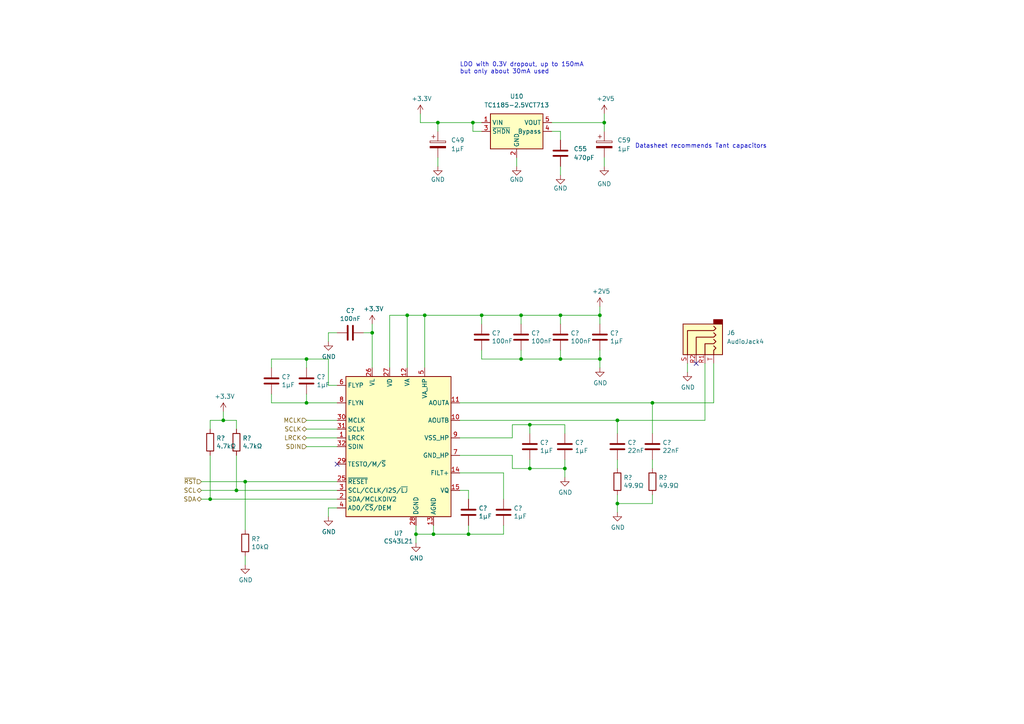
<source format=kicad_sch>
(kicad_sch (version 20230121) (generator eeschema)
  (paper "A4")
  (lib_symbols
    (symbol "Audio:CS43L21"
      (property "Reference" "U" (at 12.7 24.13 0))
      (property "Value" "CS43L21" (at 12.7 21.59 0))
      (symbol "CS43L21_0_1"
        (rectangle (start -15.24 20.32) (end 15.24 -20.32) (stroke (width 0.254)) (fill (type background)))
      )
      (symbol "CS43L21_1_1"
        (pin bidirectional line (at -17.78 2.54 0) (length 2.54) (name "LRCK") (number "1"))
        (pin output line (at 17.78 7.62 180) (length 2.54) (name "AOUTB") (number "10"))
        (pin output line (at 17.78 12.7 180) (length 2.54) (name "AOUTA") (number "11"))
        (pin input line (at 2.54 22.86 270) (length 2.54) (name "VA") (number "12"))
        (pin power_in line (at 10.16 -22.86 90) (length 2.54) (name "AGND") (number "13"))
        (pin output line (at 17.78 -7.62 180) (length 2.54) (name "FILT+") (number "14"))
        (pin output line (at 17.78 -12.7 180) (length 2.54) (name "VQ") (number "15"))
        (pin no_connect line (at -12.7 -20.32 90) (length 2.54) hide (name "NIC") (number "16"))
        (pin no_connect line (at -10.16 -20.32 90) (length 2.54) hide (name "TSTO") (number "17"))
        (pin no_connect line (at -7.62 -20.32 90) (length 2.54) hide (name "TSTO") (number "18"))
        (pin no_connect line (at -5.08 -20.32 90) (length 2.54) hide (name "TSTO") (number "19"))
        (pin bidirectional line (at -17.78 -15.24 0) (length 2.54) (name "SDA/MCLKDIV2") (number "2"))
        (pin no_connect line (at -2.54 -20.32 90) (length 2.54) hide (name "TSTO") (number "20"))
        (pin no_connect line (at 0 -20.32 90) (length 2.54) hide (name "TSTO") (number "21"))
        (pin no_connect line (at 2.54 -20.32 90) (length 2.54) hide (name "TSTO") (number "22"))
        (pin no_connect line (at 7.62 -20.32 90) (length 2.54) hide (name "TSTO") (number "23"))
        (pin no_connect line (at 12.7 -20.32 90) (length 2.54) hide (name "TSTO") (number "24"))
        (pin input line (at -17.78 -10.16 0) (length 2.54) (name "~{RESET}") (number "25"))
        (pin input line (at -7.62 22.86 270) (length 2.54) (name "VL") (number "26"))
        (pin power_in line (at -2.54 22.86 270) (length 2.54) (name "VD") (number "27"))
        (pin power_in line (at 5.08 -22.86 90) (length 2.54) (name "DGND") (number "28"))
        (pin input line (at -17.78 -5.08 0) (length 2.54) (name "TESTO/M/~{S}") (number "29"))
        (pin input line (at -17.78 -12.7 0) (length 2.54) (name "SCL/CCLK/I2S/~{LJ}") (number "3"))
        (pin input line (at -17.78 7.62 0) (length 2.54) (name "MCLK") (number "30"))
        (pin input line (at -17.78 5.08 0) (length 2.54) (name "SCLK") (number "31"))
        (pin input line (at -17.78 0 0) (length 2.54) (name "SDIN") (number "32"))
        (pin passive line (at 10.16 -22.86 90) (length 2.54) hide (name "AGND") (number "33"))
        (pin input line (at -17.78 -17.78 0) (length 2.54) (name "AD0/~{CS}/DEM") (number "4"))
        (pin input line (at 7.62 22.86 270) (length 2.54) (name "VA_HP") (number "5"))
        (pin input line (at -17.78 17.78 0) (length 2.54) (name "FLYP") (number "6"))
        (pin input line (at 17.78 -2.54 180) (length 2.54) (name "GND_HP") (number "7"))
        (pin input line (at -17.78 12.7 0) (length 2.54) (name "FLYN") (number "8"))
        (pin output line (at 17.78 2.54 180) (length 2.54) (name "VSS_HP") (number "9"))
      )
    )
    (symbol "Connector_Audio:AudioJack4"
      (property "Reference" "J" (at 0 8.89 0))
      (property "Value" "AudioJack4" (at 0 6.35 0))
      (symbol "AudioJack4_0_1"
        (rectangle (start -6.35 -5.08) (end -7.62 -7.62) (stroke (width 0.254)) (fill (type outline)))
        (polyline (pts (xy 0 -5.08) (xy 0.635 -5.715) (xy 1.27 -5.08) (xy 2.54 -5.08)) (stroke (width 0.254)))
        (polyline (pts (xy -5.715 -5.08) (xy -5.08 -5.715) (xy -4.445 -5.08) (xy -4.445 2.54) (xy 2.54 2.54)) (stroke (width 0.254)))
        (polyline (pts (xy -1.905 -5.08) (xy -1.27 -5.715) (xy -0.635 -5.08) (xy -0.635 -2.54) (xy 2.54 -2.54)) (stroke (width 0.254)))
        (polyline (pts (xy 2.54 0) (xy -2.54 0) (xy -2.54 -5.08) (xy -3.175 -5.715) (xy -3.81 -5.08)) (stroke (width 0.254)))
        (rectangle (start 2.54 3.81) (end -6.35 -7.62) (stroke (width 0.254)) (fill (type background)))
      )
      (symbol "AudioJack4_1_1"
        (pin passive line (at 5.08 -2.54 180) (length 2.54) (name "~") (number "R1"))
        (pin passive line (at 5.08 0 180) (length 2.54) (name "~") (number "R2"))
        (pin passive line (at 5.08 2.54 180) (length 2.54) (name "~") (number "S"))
        (pin passive line (at 5.08 -5.08 180) (length 2.54) (name "~") (number "T"))
      )
    )
    (symbol "Device:C" (pin_numbers hide) (pin_names (offset 0.254))
      (property "Reference" "C" (at 0.635 2.54 0))
      (property "Value" "C" (at 0.635 -2.54 0))
      (symbol "C_0_1"
        (polyline (pts (xy -2.032 -0.762) (xy 2.032 -0.762)) (stroke (width 0.508)))
        (polyline (pts (xy -2.032 0.762) (xy 2.032 0.762)) (stroke (width 0.508)))
      )
      (symbol "C_1_1"
        (pin passive line (at 0 3.81 270) (length 2.794) (name "~") (number "1"))
        (pin passive line (at 0 -3.81 90) (length 2.794) (name "~") (number "2"))
      )
    )
    (symbol "Device:C_Polarized" (pin_numbers hide) (pin_names (offset 0.254))
      (property "Reference" "C" (at 0.635 2.54 0))
      (property "Value" "C_Polarized" (at 0.635 -2.54 0))
      (symbol "C_Polarized_0_1"
        (rectangle (start -2.286 0.508) (end 2.286 1.016))
        (polyline (pts (xy -1.778 2.286) (xy -0.762 2.286)))
        (polyline (pts (xy -1.27 2.794) (xy -1.27 1.778)))
        (rectangle (start 2.286 -0.508) (end -2.286 -1.016) (fill (type outline)))
      )
      (symbol "C_Polarized_1_1"
        (pin passive line (at 0 3.81 270) (length 2.794) (name "~") (number "1"))
        (pin passive line (at 0 -3.81 90) (length 2.794) (name "~") (number "2"))
      )
    )
    (symbol "Device:R" (pin_numbers hide) (pin_names (offset 0))
      (property "Reference" "R" (at 2.032 0 90))
      (property "Value" "R" (at 0 0 90))
      (symbol "R_0_1"
        (rectangle (start -1.016 -2.54) (end 1.016 2.54) (stroke (width 0.254)))
      )
      (symbol "R_1_1"
        (pin passive line (at 0 3.81 270) (length 1.27) (name "~") (number "1"))
        (pin passive line (at 0 -3.81 90) (length 1.27) (name "~") (number "2"))
      )
    )
    (symbol "Regulator_Linear:TC1185-xCT"
      (property "Reference" "U" (at -6.35 6.35 0))
      (property "Value" "TC1185-xCT" (at 0 6.35 0))
      (symbol "TC1185-xCT_0_1"
        (rectangle (start -7.62 5.08) (end 7.62 -5.08) (stroke (width 0.254)) (fill (type background)))
      )
      (symbol "TC1185-xCT_1_1"
        (pin power_in line (at -10.16 2.54 0) (length 2.54) (name "VIN") (number "1"))
        (pin power_in line (at 0 -7.62 90) (length 2.54) (name "GND") (number "2"))
        (pin input line (at -10.16 0 0) (length 2.54) (name "~{SHDN}") (number "3"))
        (pin passive line (at 10.16 0 180) (length 2.54) (name "Bypass") (number "4"))
        (pin power_out line (at 10.16 2.54 180) (length 2.54) (name "VOUT") (number "5"))
      )
    )
    (symbol "power:+2V5" (power) (pin_names (offset 0))
      (property "Value" "+2V5" (at 0 3.556 0))
      (symbol "+2V5_0_1"
        (polyline (pts (xy -0.762 1.27) (xy 0 2.54)))
        (polyline (pts (xy 0 0) (xy 0 2.54)))
        (polyline (pts (xy 0 2.54) (xy 0.762 1.27)))
      )
      (symbol "+2V5_1_1"
        (pin power_in line (at 0 0 90) (length 0) hide (name "+2V5") (number "1"))
      )
    )
    (symbol "power:+3.3V" (power) (pin_names (offset 0))
      (property "Value" "+3.3V" (at 0 3.556 0))
      (symbol "+3.3V_0_1"
        (polyline (pts (xy -0.762 1.27) (xy 0 2.54)))
        (polyline (pts (xy 0 0) (xy 0 2.54)))
        (polyline (pts (xy 0 2.54) (xy 0.762 1.27)))
      )
      (symbol "+3.3V_1_1"
        (pin power_in line (at 0 0 90) (length 0) hide (name "+3.3V") (number "1"))
      )
    )
    (symbol "power:GND" (power) (pin_names (offset 0))
      (property "Value" "GND" (at 0 -3.81 0))
      (symbol "GND_0_1"
        (polyline (pts (xy 0 0) (xy 0 -1.27) (xy 1.27 -1.27) (xy 0 -2.54) (xy -1.27 -1.27) (xy 0 -1.27)))
      )
      (symbol "GND_1_1"
        (pin power_in line (at 0 0 270) (length 0) hide (name "GND") (number "1"))
      )
    )
  )
  (junction (at 153.67 135.89))
  (junction (at 151.13 104.14))
  (junction (at 189.23 116.84))
  (junction (at 137.16 35.56))
  (junction (at 88.9 104.14))
  (junction (at 123.19 91.44))
  (junction (at 68.58 142.24))
  (junction (at 125.73 154.94))
  (junction (at 118.11 91.44))
  (junction (at 153.67 123.19))
  (junction (at 173.99 104.14))
  (junction (at 151.13 91.44))
  (junction (at 163.83 135.89))
  (junction (at 107.95 96.52))
  (junction (at 135.89 154.94))
  (junction (at 127 35.56))
  (junction (at 179.07 121.92))
  (junction (at 120.65 154.94))
  (junction (at 64.77 121.92))
  (junction (at 179.07 146.05))
  (junction (at 175.26 35.56))
  (junction (at 162.56 91.44))
  (junction (at 139.7 91.44))
  (junction (at 162.56 104.14))
  (junction (at 71.12 139.7))
  (junction (at 88.9 116.84))
  (junction (at 173.99 91.44))
  (junction (at 60.96 144.78))
  (no_connect (at 201.93 105.41))
  (no_connect (at 97.79 134.62))
  (wire (pts (xy 97.79 142.24) (xy 68.58 142.24)))
  (wire (pts (xy 64.77 121.92) (xy 64.77 119.38)))
  (wire (pts (xy 175.26 45.72) (xy 175.26 48.26)))
  (wire (pts (xy 125.73 154.94) (xy 135.89 154.94)))
  (wire (pts (xy 95.25 111.76) (xy 95.25 104.14)))
  (wire (pts (xy 133.35 137.16) (xy 146.05 137.16)))
  (wire (pts (xy 95.25 104.14) (xy 88.9 104.14)))
  (wire (pts (xy 97.79 111.76) (xy 95.25 111.76)))
  (wire (pts (xy 139.7 91.44) (xy 151.13 91.44)))
  (wire (pts (xy 179.07 133.35) (xy 179.07 135.89)))
  (wire (pts (xy 189.23 146.05) (xy 189.23 143.51)))
  (wire (pts (xy 78.74 106.68) (xy 78.74 104.14)))
  (wire (pts (xy 64.77 121.92) (xy 68.58 121.92)))
  (wire (pts (xy 163.83 135.89) (xy 163.83 133.35)))
  (wire (pts (xy 88.9 114.3) (xy 88.9 116.84)))
  (wire (pts (xy 135.89 154.94) (xy 146.05 154.94)))
  (wire (pts (xy 127 35.56) (xy 121.92 35.56)))
  (wire (pts (xy 139.7 104.14) (xy 151.13 104.14)))
  (wire (pts (xy 146.05 154.94) (xy 146.05 152.4)))
  (wire (pts (xy 133.35 132.08) (xy 148.59 132.08)))
  (wire (pts (xy 151.13 101.6) (xy 151.13 104.14)))
  (wire (pts (xy 160.02 38.1) (xy 162.56 38.1)))
  (wire (pts (xy 78.74 116.84) (xy 88.9 116.84)))
  (wire (pts (xy 118.11 91.44) (xy 123.19 91.44)))
  (wire (pts (xy 137.16 35.56) (xy 127 35.56)))
  (wire (pts (xy 179.07 146.05) (xy 189.23 146.05)))
  (wire (pts (xy 133.35 121.92) (xy 179.07 121.92)))
  (wire (pts (xy 148.59 127) (xy 148.59 123.19)))
  (wire (pts (xy 60.96 121.92) (xy 64.77 121.92)))
  (wire (pts (xy 149.86 45.72) (xy 149.86 48.26)))
  (wire (pts (xy 123.19 91.44) (xy 139.7 91.44)))
  (wire (pts (xy 118.11 106.68) (xy 118.11 91.44)))
  (wire (pts (xy 127 35.56) (xy 127 38.1)))
  (wire (pts (xy 88.9 104.14) (xy 88.9 106.68)))
  (wire (pts (xy 189.23 116.84) (xy 207.01 116.84)))
  (wire (pts (xy 153.67 133.35) (xy 153.67 135.89)))
  (wire (pts (xy 173.99 91.44) (xy 173.99 93.98)))
  (wire (pts (xy 97.79 96.52) (xy 95.25 96.52)))
  (wire (pts (xy 95.25 147.32) (xy 95.25 149.86)))
  (wire (pts (xy 97.79 147.32) (xy 95.25 147.32)))
  (wire (pts (xy 88.9 116.84) (xy 97.79 116.84)))
  (wire (pts (xy 125.73 152.4) (xy 125.73 154.94)))
  (wire (pts (xy 88.9 124.46) (xy 97.79 124.46)))
  (wire (pts (xy 107.95 96.52) (xy 107.95 93.98)))
  (wire (pts (xy 139.7 35.56) (xy 137.16 35.56)))
  (wire (pts (xy 148.59 132.08) (xy 148.59 135.89)))
  (wire (pts (xy 207.01 116.84) (xy 207.01 105.41)))
  (wire (pts (xy 95.25 96.52) (xy 95.25 99.06)))
  (wire (pts (xy 97.79 144.78) (xy 60.96 144.78)))
  (wire (pts (xy 148.59 135.89) (xy 153.67 135.89)))
  (wire (pts (xy 175.26 33.02) (xy 175.26 35.56)))
  (wire (pts (xy 173.99 91.44) (xy 173.99 88.9)))
  (wire (pts (xy 151.13 104.14) (xy 162.56 104.14)))
  (wire (pts (xy 135.89 154.94) (xy 135.89 152.4)))
  (wire (pts (xy 78.74 114.3) (xy 78.74 116.84)))
  (wire (pts (xy 88.9 121.92) (xy 97.79 121.92)))
  (wire (pts (xy 204.47 121.92) (xy 204.47 105.41)))
  (wire (pts (xy 120.65 157.48) (xy 120.65 154.94)))
  (wire (pts (xy 173.99 104.14) (xy 173.99 106.68)))
  (wire (pts (xy 139.7 38.1) (xy 137.16 38.1)))
  (wire (pts (xy 162.56 93.98) (xy 162.56 91.44)))
  (wire (pts (xy 162.56 104.14) (xy 173.99 104.14)))
  (wire (pts (xy 151.13 93.98) (xy 151.13 91.44)))
  (wire (pts (xy 162.56 38.1) (xy 162.56 40.64)))
  (wire (pts (xy 133.35 116.84) (xy 189.23 116.84)))
  (wire (pts (xy 179.07 121.92) (xy 179.07 125.73)))
  (wire (pts (xy 162.56 48.26) (xy 162.56 50.8)))
  (wire (pts (xy 107.95 96.52) (xy 105.41 96.52)))
  (wire (pts (xy 60.96 144.78) (xy 58.42 144.78)))
  (wire (pts (xy 71.12 163.83) (xy 71.12 161.29)))
  (wire (pts (xy 148.59 123.19) (xy 153.67 123.19)))
  (wire (pts (xy 139.7 93.98) (xy 139.7 91.44)))
  (wire (pts (xy 189.23 133.35) (xy 189.23 135.89)))
  (wire (pts (xy 123.19 106.68) (xy 123.19 91.44)))
  (wire (pts (xy 151.13 91.44) (xy 162.56 91.44)))
  (wire (pts (xy 113.03 91.44) (xy 118.11 91.44)))
  (wire (pts (xy 133.35 142.24) (xy 135.89 142.24)))
  (wire (pts (xy 153.67 135.89) (xy 163.83 135.89)))
  (wire (pts (xy 173.99 104.14) (xy 173.99 101.6)))
  (wire (pts (xy 199.39 105.41) (xy 199.39 107.95)))
  (wire (pts (xy 125.73 154.94) (xy 120.65 154.94)))
  (wire (pts (xy 107.95 106.68) (xy 107.95 96.52)))
  (wire (pts (xy 137.16 38.1) (xy 137.16 35.56)))
  (wire (pts (xy 97.79 139.7) (xy 71.12 139.7)))
  (wire (pts (xy 135.89 142.24) (xy 135.89 144.78)))
  (wire (pts (xy 146.05 137.16) (xy 146.05 144.78)))
  (wire (pts (xy 162.56 91.44) (xy 173.99 91.44)))
  (wire (pts (xy 120.65 154.94) (xy 120.65 152.4)))
  (wire (pts (xy 153.67 123.19) (xy 163.83 123.19)))
  (wire (pts (xy 175.26 35.56) (xy 175.26 38.1)))
  (wire (pts (xy 127 45.72) (xy 127 48.26)))
  (wire (pts (xy 160.02 35.56) (xy 175.26 35.56)))
  (wire (pts (xy 68.58 142.24) (xy 68.58 132.08)))
  (wire (pts (xy 88.9 127) (xy 97.79 127)))
  (wire (pts (xy 78.74 104.14) (xy 88.9 104.14)))
  (wire (pts (xy 139.7 101.6) (xy 139.7 104.14)))
  (wire (pts (xy 113.03 106.68) (xy 113.03 91.44)))
  (wire (pts (xy 189.23 116.84) (xy 189.23 125.73)))
  (wire (pts (xy 121.92 33.02) (xy 121.92 35.56)))
  (wire (pts (xy 179.07 146.05) (xy 179.07 148.59)))
  (wire (pts (xy 153.67 125.73) (xy 153.67 123.19)))
  (wire (pts (xy 68.58 142.24) (xy 58.42 142.24)))
  (wire (pts (xy 71.12 139.7) (xy 58.42 139.7)))
  (wire (pts (xy 163.83 123.19) (xy 163.83 125.73)))
  (wire (pts (xy 162.56 101.6) (xy 162.56 104.14)))
  (wire (pts (xy 88.9 129.54) (xy 97.79 129.54)))
  (wire (pts (xy 133.35 127) (xy 148.59 127)))
  (wire (pts (xy 60.96 144.78) (xy 60.96 132.08)))
  (wire (pts (xy 60.96 124.46) (xy 60.96 121.92)))
  (wire (pts (xy 179.07 143.51) (xy 179.07 146.05)))
  (wire (pts (xy 163.83 135.89) (xy 163.83 138.43)))
  (wire (pts (xy 179.07 121.92) (xy 204.47 121.92)))
  (wire (pts (xy 68.58 121.92) (xy 68.58 124.46)))
  (wire (pts (xy 71.12 139.7) (xy 71.12 153.67)))
  (text "LDO with 0.3V dropout, up to 150mA\nbut only about 30mA used" (at 133.35 21.59 0) (effects (font (size 1.27 1.27)) (justify left bottom)))
  (text "Datasheet recommends Tant capacitors" (at 184.15 43.18 0) (effects (font (size 1.27 1.27)) (justify left bottom)))
  (hierarchical_label "SCL" (shape tri_state) (at 58.42 142.24 180))
  (hierarchical_label "SDIN" (shape input) (at 88.9 129.54 180))
  (hierarchical_label "~{RST}" (shape input) (at 58.42 139.7 180))
  (hierarchical_label "SCLK" (shape bidirectional) (at 88.9 124.46 180))
  (hierarchical_label "LRCK" (shape bidirectional) (at 88.9 127 180))
  (hierarchical_label "SDA" (shape tri_state) (at 58.42 144.78 180))
  (hierarchical_label "MCLK" (shape input) (at 88.9 121.92 180))
  (symbol (lib_id "Device:C") (at 162.56 97.79 0) (unit 1)
    (property "Reference" "C?" (at 165.481 96.6216 0) (effects (justify left)))
    (property "Value" "100nF" (at 165.481 98.933 0) (effects (justify left)))
    (property "Footprint" "Capacitor_SMD:C_0603_1608Metric_Pad1.08x0.95mm_HandSolder" (effects hide))
    (property "Part number" "Generic 0603 X7R  50V 10%" (effects hide))
    (instances (project "stmpc2" (path "" (reference "C?") (unit 1))) (project "d1000" (path "" (reference "C56") (unit 1))))
  )
  (symbol (lib_id "Device:C") (at 146.05 148.59 0) (unit 1)
    (property "Reference" "C?" (at 148.971 147.4216 0) (effects (justify left)))
    (property "Value" "1µF" (at 148.971 149.733 0) (effects (justify left)))
    (property "Footprint" "Capacitor_SMD:C_0603_1608Metric_Pad1.08x0.95mm_HandSolder" (effects hide))
    (instances (project "stmpc2" (path "" (reference "C?") (unit 1))) (project "d1000" (path "" (reference "C52") (unit 1))))
  )
  (symbol (lib_id "Device:C_Polarized") (at 175.26 41.91 0) (unit 1)
    (property "Reference" "C59" (at 179.07 40.64 0) (effects (justify left)))
    (property "Value" "1µF" (at 179.07 43.18 0) (effects (justify left)))
    (property "Footprint" "Capacitor_Tantalum_SMD:CP_EIA-3216-12_Kemet-S_Pad1.58x1.35mm_HandSolder" (effects hide))
  )
  (symbol (lib_id "power:GND") (at 175.26 48.26 0) (unit 1)
    (property "Reference" "#PWR092" (effects hide))
    (property "Value" "GND" (at 175.26 53.34 0))
  )
  (symbol (lib_id "Device:R") (at 60.96 128.27 0) (unit 1)
    (property "Reference" "R?" (at 62.738 127.1016 0) (effects (justify left)))
    (property "Value" "4.7kΩ" (at 62.738 129.413 0) (effects (justify left)))
    (property "Footprint" "Resistor_SMD:R_0603_1608Metric_Pad0.98x0.95mm_HandSolder" (effects hide))
    (instances (project "stmpc2" (path "" (reference "R?") (unit 1))) (project "d1000" (path "" (reference "R59") (unit 1))))
  )
  (symbol (lib_id "power:GND") (at 95.25 149.86 0) (unit 1)
    (property "Reference" "#PWR?" (effects hide))
    (property "Value" "GND" (at 95.377 154.2542 0))
    (instances (project "stmpc2" (path "" (reference "#PWR?") (unit 1))) (project "d1000" (path "" (reference "#PWR081") (unit 1))))
  )
  (symbol (lib_id "Device:R") (at 179.07 139.7 0) (unit 1)
    (property "Reference" "R?" (at 180.848 138.5316 0) (effects (justify left)))
    (property "Value" "49.9Ω" (at 180.848 140.843 0) (effects (justify left)))
    (property "Footprint" "Resistor_SMD:R_0603_1608Metric_Pad0.98x0.95mm_HandSolder" (effects hide))
    (instances (project "stmpc2" (path "" (reference "R?") (unit 1))) (project "d1000" (path "" (reference "R62") (unit 1))))
  )
  (symbol (lib_id "Device:C") (at 163.83 129.54 0) (unit 1)
    (property "Reference" "C?" (at 166.751 128.3716 0) (effects (justify left)))
    (property "Value" "1µF" (at 166.751 130.683 0) (effects (justify left)))
    (property "Footprint" "Capacitor_SMD:C_0603_1608Metric_Pad1.08x0.95mm_HandSolder" (effects hide))
    (instances (project "stmpc2" (path "" (reference "C?") (unit 1))) (project "d1000" (path "" (reference "C57") (unit 1))))
  )
  (symbol (lib_id "power:GND") (at 179.07 148.59 0) (unit 1)
    (property "Reference" "#PWR?" (effects hide))
    (property "Value" "GND" (at 179.197 152.9842 0))
    (instances (project "stmpc2" (path "" (reference "#PWR?") (unit 1))) (project "d1000" (path "" (reference "#PWR093") (unit 1))))
  )
  (symbol (lib_id "Device:C") (at 135.89 148.59 0) (unit 1)
    (property "Reference" "C?" (at 138.811 147.4216 0) (effects (justify left)))
    (property "Value" "1µF" (at 138.811 149.733 0) (effects (justify left)))
    (property "Footprint" "Capacitor_SMD:C_0603_1608Metric_Pad1.08x0.95mm_HandSolder" (effects hide))
    (instances (project "stmpc2" (path "" (reference "C?") (unit 1))) (project "d1000" (path "" (reference "C50") (unit 1))))
  )
  (symbol (lib_id "power:GND") (at 149.86 48.26 0) (unit 1)
    (property "Reference" "#PWR086" (effects hide))
    (property "Value" "GND" (at 149.86 52.07 0))
  )
  (symbol (lib_id "Device:C") (at 173.99 97.79 0) (unit 1)
    (property "Reference" "C?" (at 176.911 96.6216 0) (effects (justify left)))
    (property "Value" "1µF" (at 176.911 98.933 0) (effects (justify left)))
    (property "Footprint" "Capacitor_SMD:C_0603_1608Metric_Pad1.08x0.95mm_HandSolder" (effects hide))
    (instances (project "stmpc2" (path "" (reference "C?") (unit 1))) (project "d1000" (path "" (reference "C58") (unit 1))))
  )
  (symbol (lib_id "Device:C") (at 162.56 44.45 0) (unit 1)
    (property "Reference" "C55" (at 166.37 43.18 0) (effects (justify left)))
    (property "Value" "470pF" (at 166.37 45.72 0) (effects (justify left)))
    (property "Footprint" "Capacitor_SMD:C_0603_1608Metric_Pad1.08x0.95mm_HandSolder" (effects hide))
  )
  (symbol (lib_id "power:GND") (at 162.56 50.8 0) (unit 1)
    (property "Reference" "#PWR087" (effects hide))
    (property "Value" "GND" (at 162.56 54.61 0))
  )
  (symbol (lib_id "Device:C") (at 179.07 129.54 0) (unit 1)
    (property "Reference" "C?" (at 181.991 128.3716 0) (effects (justify left)))
    (property "Value" "22nF" (at 181.991 130.683 0) (effects (justify left)))
    (property "Footprint" "Capacitor_SMD:C_0603_1608Metric_Pad1.08x0.95mm_HandSolder" (effects hide))
    (instances (project "stmpc2" (path "" (reference "C?") (unit 1))) (project "d1000" (path "" (reference "C60") (unit 1))))
  )
  (symbol (lib_id "power:+2V5") (at 175.26 33.02 0) (unit 1)
    (property "Reference" "#PWR?" (effects hide))
    (property "Value" "+2V5" (at 175.641 28.6258 0))
    (instances (project "stmpc2" (path "" (reference "#PWR?") (unit 1))) (project "d1000" (path "" (reference "#PWR091") (unit 1))))
  )
  (symbol (lib_id "Device:R") (at 68.58 128.27 0) (unit 1)
    (property "Reference" "R?" (at 70.358 127.1016 0) (effects (justify left)))
    (property "Value" "4.7kΩ" (at 70.358 129.413 0) (effects (justify left)))
    (property "Footprint" "Resistor_SMD:R_0603_1608Metric_Pad0.98x0.95mm_HandSolder" (effects hide))
    (instances (project "stmpc2" (path "" (reference "R?") (unit 1))) (project "d1000" (path "" (reference "R60") (unit 1))))
  )
  (symbol (lib_id "power:GND") (at 95.25 99.06 0) (unit 1)
    (property "Reference" "#PWR?" (effects hide))
    (property "Value" "GND" (at 95.377 103.4542 0))
    (instances (project "stmpc2" (path "" (reference "#PWR?") (unit 1))) (project "d1000" (path "" (reference "#PWR080") (unit 1))))
  )
  (symbol (lib_id "Device:C") (at 153.67 129.54 0) (unit 1)
    (property "Reference" "C?" (at 156.591 128.3716 0) (effects (justify left)))
    (property "Value" "1µF" (at 156.591 130.683 0) (effects (justify left)))
    (property "Footprint" "Capacitor_SMD:C_0603_1608Metric_Pad1.08x0.95mm_HandSolder" (effects hide))
    (instances (project "stmpc2" (path "" (reference "C?") (unit 1))) (project "d1000" (path "" (reference "C54") (unit 1))))
  )
  (symbol (lib_id "power:GND") (at 199.39 107.95 0) (unit 1)
    (property "Reference" "#PWR?" (effects hide))
    (property "Value" "GND" (at 199.517 112.3442 0))
    (instances (project "stmpc2" (path "" (reference "#PWR?") (unit 1))) (project "d1000" (path "" (reference "#PWR094") (unit 1))))
  )
  (symbol (lib_id "power:+2V5") (at 173.99 88.9 0) (unit 1)
    (property "Reference" "#PWR?" (effects hide))
    (property "Value" "+2V5" (at 174.371 84.5058 0))
    (instances (project "stmpc2" (path "" (reference "#PWR?") (unit 1))) (project "d1000" (path "" (reference "#PWR089") (unit 1))))
  )
  (symbol (lib_id "power:+3.3V") (at 64.77 119.38 0) (unit 1)
    (property "Reference" "#PWR?" (effects hide))
    (property "Value" "+3.3V" (at 65.151 114.9858 0))
    (instances (project "stmpc2" (path "" (reference "#PWR?") (unit 1))) (project "d1000" (path "" (reference "#PWR078") (unit 1))))
  )
  (symbol (lib_id "Device:C") (at 189.23 129.54 0) (unit 1)
    (property "Reference" "C?" (at 192.151 128.3716 0) (effects (justify left)))
    (property "Value" "22nF" (at 192.151 130.683 0) (effects (justify left)))
    (property "Footprint" "Capacitor_SMD:C_0603_1608Metric_Pad1.08x0.95mm_HandSolder" (effects hide))
    (instances (project "stmpc2" (path "" (reference "C?") (unit 1))) (project "d1000" (path "" (reference "C61") (unit 1))))
  )
  (symbol (lib_id "Device:C") (at 139.7 97.79 0) (unit 1)
    (property "Reference" "C?" (at 142.621 96.6216 0) (effects (justify left)))
    (property "Value" "100nF" (at 142.621 98.933 0) (effects (justify left)))
    (property "Footprint" "Capacitor_SMD:C_0603_1608Metric_Pad1.08x0.95mm_HandSolder" (effects hide))
    (property "Part number" "Generic 0603 X7R  50V 10%" (effects hide))
    (instances (project "stmpc2" (path "" (reference "C?") (unit 1))) (project "d1000" (path "" (reference "C51") (unit 1))))
  )
  (symbol (lib_id "power:GND") (at 127 48.26 0) (unit 1)
    (property "Reference" "#PWR085" (effects hide))
    (property "Value" "GND" (at 127 52.07 0))
  )
  (symbol (lib_id "Device:C") (at 101.6 96.52 270) (unit 1)
    (property "Reference" "C?" (at 101.6 90.1192 90))
    (property "Value" "100nF" (at 101.6 92.4306 90))
    (property "Footprint" "Capacitor_SMD:C_0603_1608Metric_Pad1.08x0.95mm_HandSolder" (effects hide))
    (property "Part number" "Generic 0603 X7R  50V 10%" (effects hide))
    (instances (project "stmpc2" (path "" (reference "C?") (unit 1))) (project "d1000" (path "" (reference "C48") (unit 1))))
  )
  (symbol (lib_id "Connector_Audio:AudioJack4") (at 201.93 100.33 90) (mirror x) (unit 1)
    (property "Reference" "J6" (at 210.82 96.52 90) (effects (justify right)))
    (property "Value" "AudioJack4" (at 210.82 99.06 90) (effects (justify right)))
    (property "Footprint" "extras:Cliff_Electronic_Components_Limited-FC68128-0" (effects hide))
  )
  (symbol (lib_id "power:GND") (at 120.65 157.48 0) (unit 1)
    (property "Reference" "#PWR?" (effects hide))
    (property "Value" "GND" (at 120.777 161.8742 0))
    (instances (project "stmpc2" (path "" (reference "#PWR?") (unit 1))) (project "d1000" (path "" (reference "#PWR083") (unit 1))))
  )
  (symbol (lib_id "power:GND") (at 163.83 138.43 0) (unit 1)
    (property "Reference" "#PWR?" (effects hide))
    (property "Value" "GND" (at 163.957 142.8242 0))
    (instances (project "stmpc2" (path "" (reference "#PWR?") (unit 1))) (project "d1000" (path "" (reference "#PWR088") (unit 1))))
  )
  (symbol (lib_id "Device:C") (at 78.74 110.49 0) (unit 1)
    (property "Reference" "C?" (at 81.661 109.3216 0) (effects (justify left)))
    (property "Value" "1µF" (at 81.661 111.633 0) (effects (justify left)))
    (property "Footprint" "Capacitor_SMD:C_0603_1608Metric_Pad1.08x0.95mm_HandSolder" (effects hide))
    (instances (project "stmpc2" (path "" (reference "C?") (unit 1))) (project "d1000" (path "" (reference "C46") (unit 1))))
  )
  (symbol (lib_id "power:GND") (at 71.12 163.83 0) (unit 1)
    (property "Reference" "#PWR?" (effects hide))
    (property "Value" "GND" (at 71.247 168.2242 0))
    (instances (project "stmpc2" (path "" (reference "#PWR?") (unit 1))) (project "d1000" (path "" (reference "#PWR079") (unit 1))))
  )
  (symbol (lib_id "power:+3.3V") (at 107.95 93.98 0) (unit 1)
    (property "Reference" "#PWR?" (effects hide))
    (property "Value" "+3.3V" (at 108.331 89.5858 0))
    (instances (project "stmpc2" (path "" (reference "#PWR?") (unit 1))) (project "d1000" (path "" (reference "#PWR082") (unit 1))))
  )
  (symbol (lib_id "Audio:CS43L21") (at 115.57 129.54 0) (unit 1)
    (property "Reference" "U?" (at 115.57 154.6606 0))
    (property "Value" "CS43L21" (at 115.57 156.972 0))
    (property "Footprint" "Package_DFN_QFN:QFN-32-1EP_5x5mm_P0.5mm_EP3.45x3.45mm" (effects hide))
    (property "Datasheet" "https://d3uzseaevmutz1.cloudfront.net/pubs/proDatasheet/CS43L21_F1.pdf" (effects hide))
    (instances (project "stmpc2" (path "" (reference "U?") (unit 1))) (project "d1000" (path "" (reference "U9") (unit 1))))
  )
  (symbol (lib_id "Regulator_Linear:TC1185-xCT") (at 149.86 38.1 0) (unit 1)
    (property "Reference" "U10" (at 149.86 27.94 0))
    (property "Value" "TC1185-2.5VCT713" (at 149.86 30.48 0))
    (property "Footprint" "Package_TO_SOT_SMD:SOT-23-5" (effects hide))
    (property "Datasheet" "https://ww1.microchip.com/downloads/aemDocuments/documents/APID/ProductDocuments/DataSheets/21335e.pdf" (effects hide))
  )
  (symbol (lib_id "Device:C") (at 88.9 110.49 0) (unit 1)
    (property "Reference" "C?" (at 91.821 109.3216 0) (effects (justify left)))
    (property "Value" "1µF" (at 91.821 111.633 0) (effects (justify left)))
    (property "Footprint" "Capacitor_SMD:C_0603_1608Metric_Pad1.08x0.95mm_HandSolder" (effects hide))
    (instances (project "stmpc2" (path "" (reference "C?") (unit 1))) (project "d1000" (path "" (reference "C47") (unit 1))))
  )
  (symbol (lib_id "power:+3.3V") (at 121.92 33.02 0) (unit 1)
    (property "Reference" "#PWR?" (effects hide))
    (property "Value" "+3.3V" (at 122.301 28.6258 0))
    (instances (project "stmpc2" (path "" (reference "#PWR?") (unit 1))) (project "d1000" (path "" (reference "#PWR084") (unit 1))))
  )
  (symbol (lib_id "Device:C_Polarized") (at 127 41.91 0) (unit 1)
    (property "Reference" "C49" (at 130.81 40.64 0) (effects (justify left)))
    (property "Value" "1µF" (at 130.81 43.18 0) (effects (justify left)))
    (property "Footprint" "Capacitor_Tantalum_SMD:CP_EIA-3216-12_Kemet-S_Pad1.58x1.35mm_HandSolder" (effects hide))
  )
  (symbol (lib_id "power:GND") (at 173.99 106.68 0) (unit 1)
    (property "Reference" "#PWR?" (effects hide))
    (property "Value" "GND" (at 174.117 111.0742 0))
    (instances (project "stmpc2" (path "" (reference "#PWR?") (unit 1))) (project "d1000" (path "" (reference "#PWR090") (unit 1))))
  )
  (symbol (lib_id "Device:R") (at 189.23 139.7 0) (unit 1)
    (property "Reference" "R?" (at 191.008 138.5316 0) (effects (justify left)))
    (property "Value" "49.9Ω" (at 191.008 140.843 0) (effects (justify left)))
    (property "Footprint" "Resistor_SMD:R_0603_1608Metric_Pad0.98x0.95mm_HandSolder" (effects hide))
    (instances (project "stmpc2" (path "" (reference "R?") (unit 1))) (project "d1000" (path "" (reference "R63") (unit 1))))
  )
  (symbol (lib_id "Device:R") (at 71.12 157.48 0) (unit 1)
    (property "Reference" "R?" (at 72.898 156.3116 0) (effects (justify left)))
    (property "Value" "10kΩ" (at 72.898 158.623 0) (effects (justify left)))
    (property "Footprint" "Resistor_SMD:R_0603_1608Metric_Pad0.98x0.95mm_HandSolder" (effects hide))
    (instances (project "stmpc2" (path "" (reference "R?") (unit 1))) (project "d1000" (path "" (reference "R61") (unit 1))))
  )
  (symbol (lib_id "Device:C") (at 151.13 97.79 0) (unit 1)
    (property "Reference" "C?" (at 154.051 96.6216 0) (effects (justify left)))
    (property "Value" "100nF" (at 154.051 98.933 0) (effects (justify left)))
    (property "Footprint" "Capacitor_SMD:C_0603_1608Metric_Pad1.08x0.95mm_HandSolder" (effects hide))
    (property "Part number" "Generic 0603 X7R  50V 10%" (effects hide))
    (instances (project "stmpc2" (path "" (reference "C?") (unit 1))) (project "d1000" (path "" (reference "C53") (unit 1))))
  )
)
</source>
